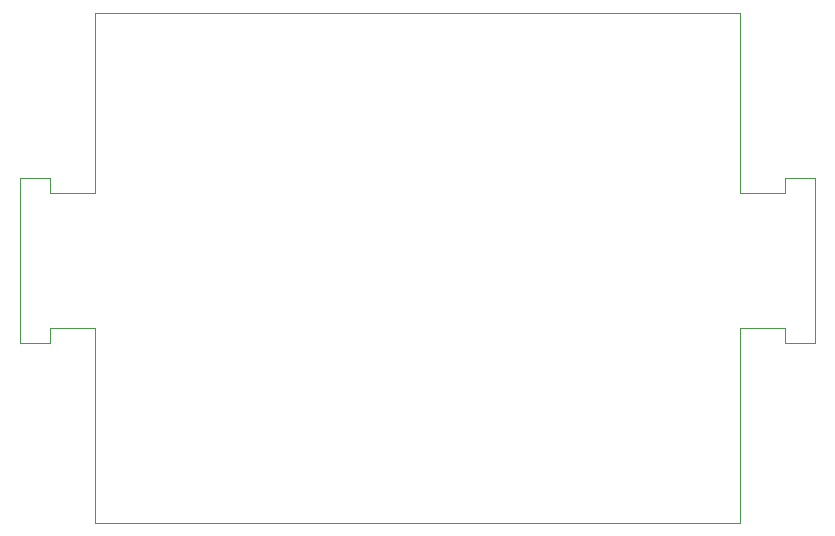
<source format=gm1>
G04 #@! TF.GenerationSoftware,KiCad,Pcbnew,5.99.0-unknown-r17607-a0698723*
G04 #@! TF.CreationDate,2020-04-07T13:45:43-05:00*
G04 #@! TF.ProjectId,pcb_proto,7063625f-7072-46f7-946f-2e6b69636164,rev?*
G04 #@! TF.SameCoordinates,Original*
G04 #@! TF.FileFunction,Profile,NP*
%FSLAX46Y46*%
G04 Gerber Fmt 4.6, Leading zero omitted, Abs format (unit mm)*
G04 Created by KiCad (PCBNEW 5.99.0-unknown-r17607-a0698723) date 2020-04-07 13:45:43*
%MOMM*%
%LPD*%
G01*
G04 APERTURE LIST*
%ADD10C,0.050000*%
G04 APERTURE END LIST*
D10*
X177800000Y-74930000D02*
X177800000Y-88900000D01*
X110490000Y-88900000D02*
X110490000Y-74930000D01*
X116840000Y-87630000D02*
X113030000Y-87630000D01*
X113030000Y-76200000D02*
X116840000Y-76200000D01*
X110490000Y-74930000D02*
X113030000Y-74930000D01*
X113030000Y-87630000D02*
X113030000Y-88900000D01*
X116840000Y-76200000D02*
X116840000Y-60960000D01*
X116840000Y-104140000D02*
X116840000Y-87630000D01*
X113030000Y-74930000D02*
X113030000Y-76200000D01*
X113030000Y-88900000D02*
X110490000Y-88900000D01*
X175260000Y-87630000D02*
X171450000Y-87630000D01*
X175260000Y-88900000D02*
X175260000Y-87630000D01*
X177800000Y-88900000D02*
X175260000Y-88900000D01*
X175260000Y-74930000D02*
X177800000Y-74930000D01*
X175260000Y-76200000D02*
X175260000Y-74930000D01*
X171450000Y-76200000D02*
X175260000Y-76200000D01*
X171450000Y-87630000D02*
X171450000Y-104140000D01*
X171450000Y-104140000D02*
X116840000Y-104140000D01*
X171450000Y-60960000D02*
X171450000Y-76200000D01*
X116840000Y-60960000D02*
X171450000Y-60960000D01*
M02*

</source>
